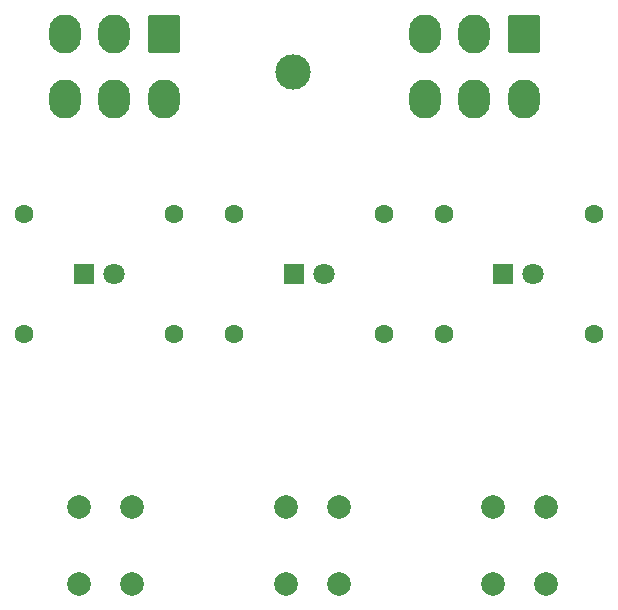
<source format=gbr>
%TF.GenerationSoftware,KiCad,Pcbnew,9.0.5*%
%TF.CreationDate,2026-02-28T09:23:41-08:00*%
%TF.ProjectId,Hi_board_bbc1,48695f62-6f61-4726-945f-626263312e6b,rev?*%
%TF.SameCoordinates,Original*%
%TF.FileFunction,Soldermask,Top*%
%TF.FilePolarity,Negative*%
%FSLAX46Y46*%
G04 Gerber Fmt 4.6, Leading zero omitted, Abs format (unit mm)*
G04 Created by KiCad (PCBNEW 9.0.5) date 2026-02-28 09:23:41*
%MOMM*%
%LPD*%
G01*
G04 APERTURE LIST*
G04 Aperture macros list*
%AMRoundRect*
0 Rectangle with rounded corners*
0 $1 Rounding radius*
0 $2 $3 $4 $5 $6 $7 $8 $9 X,Y pos of 4 corners*
0 Add a 4 corners polygon primitive as box body*
4,1,4,$2,$3,$4,$5,$6,$7,$8,$9,$2,$3,0*
0 Add four circle primitives for the rounded corners*
1,1,$1+$1,$2,$3*
1,1,$1+$1,$4,$5*
1,1,$1+$1,$6,$7*
1,1,$1+$1,$8,$9*
0 Add four rect primitives between the rounded corners*
20,1,$1+$1,$2,$3,$4,$5,0*
20,1,$1+$1,$4,$5,$6,$7,0*
20,1,$1+$1,$6,$7,$8,$9,0*
20,1,$1+$1,$8,$9,$2,$3,0*%
G04 Aperture macros list end*
%ADD10C,3.000000*%
%ADD11C,1.600000*%
%ADD12C,2.000000*%
%ADD13R,1.800000X1.800000*%
%ADD14C,1.800000*%
%ADD15RoundRect,0.250001X1.099999X1.399999X-1.099999X1.399999X-1.099999X-1.399999X1.099999X-1.399999X0*%
%ADD16O,2.700000X3.300000*%
G04 APERTURE END LIST*
D10*
%TO.C,J3*%
X139600000Y-104800000D03*
%TD*%
D11*
%TO.C,R5*%
X152400000Y-127000000D03*
X152400000Y-116840000D03*
%TD*%
D12*
%TO.C,SW2*%
X139000000Y-148150000D03*
X139000000Y-141650000D03*
X143500000Y-148150000D03*
X143500000Y-141650000D03*
%TD*%
D11*
%TO.C,R4*%
X147320000Y-127000000D03*
X147320000Y-116840000D03*
%TD*%
%TO.C,R1*%
X116840000Y-116840000D03*
X116840000Y-127000000D03*
%TD*%
D12*
%TO.C,SW1*%
X121500000Y-148150000D03*
X121500000Y-141650000D03*
X126000000Y-148150000D03*
X126000000Y-141650000D03*
%TD*%
D11*
%TO.C,R2*%
X129540000Y-127000000D03*
X129540000Y-116840000D03*
%TD*%
D13*
%TO.C,D2*%
X139670000Y-121920000D03*
D14*
X142210000Y-121920000D03*
%TD*%
D11*
%TO.C,R6*%
X165100000Y-116840000D03*
X165100000Y-127000000D03*
%TD*%
D12*
%TO.C,SW3*%
X156500000Y-148150000D03*
X156500000Y-141650000D03*
X161000000Y-148150000D03*
X161000000Y-141650000D03*
%TD*%
D13*
%TO.C,D3*%
X157420000Y-121920000D03*
D14*
X159960000Y-121920000D03*
%TD*%
D13*
%TO.C,D1*%
X121920000Y-121920000D03*
D14*
X124460000Y-121920000D03*
%TD*%
D11*
%TO.C,R3*%
X134620000Y-116840000D03*
X134620000Y-127000000D03*
%TD*%
D15*
%TO.C,J1*%
X159140000Y-101600000D03*
D16*
X154940000Y-101600000D03*
X150740000Y-101600000D03*
X159140000Y-107100000D03*
X154940000Y-107100000D03*
X150740000Y-107100000D03*
%TD*%
D15*
%TO.C,J2*%
X128660000Y-101600000D03*
D16*
X124460000Y-101600000D03*
X120260000Y-101600000D03*
X128660000Y-107100000D03*
X124460000Y-107100000D03*
X120260000Y-107100000D03*
%TD*%
M02*

</source>
